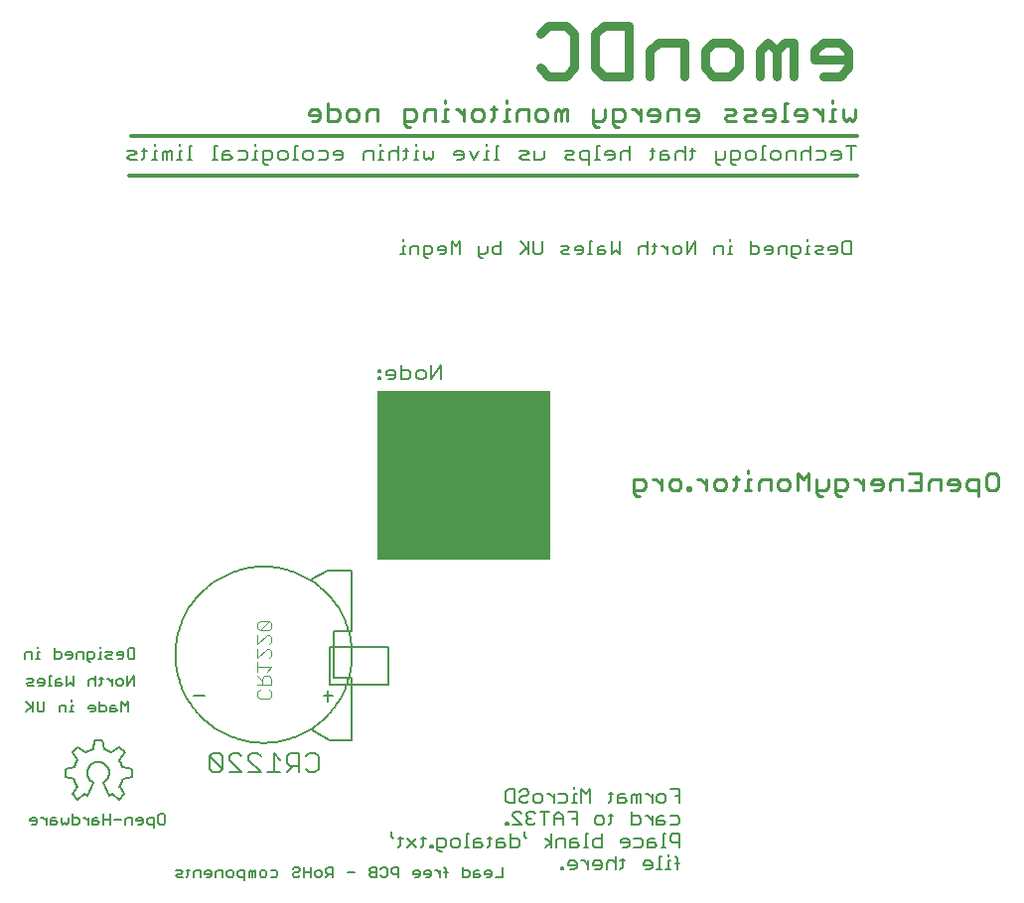
<source format=gbo>
G75*
%MOIN*%
%OFA0B0*%
%FSLAX25Y25*%
%IPPOS*%
%LPD*%
%AMOC8*
5,1,8,0,0,1.08239X$1,22.5*
%
%ADD10C,0.01100*%
%ADD11C,0.00600*%
%ADD12C,0.01200*%
%ADD13C,0.03000*%
%ADD14C,0.00800*%
%ADD15R,0.58000X0.57000*%
%ADD16C,0.00500*%
%ADD17C,0.00400*%
D10*
X0286071Y0190679D02*
X0286071Y0195600D01*
X0289023Y0195600D01*
X0290008Y0194616D01*
X0290008Y0192648D01*
X0289023Y0191663D01*
X0286071Y0191663D01*
X0286071Y0190679D02*
X0287055Y0189695D01*
X0288039Y0189695D01*
X0292426Y0195600D02*
X0293410Y0195600D01*
X0295379Y0193632D01*
X0295379Y0195600D02*
X0295379Y0191663D01*
X0297888Y0192648D02*
X0297888Y0194616D01*
X0298872Y0195600D01*
X0300840Y0195600D01*
X0301824Y0194616D01*
X0301824Y0192648D01*
X0300840Y0191663D01*
X0298872Y0191663D01*
X0297888Y0192648D01*
X0304063Y0192648D02*
X0304063Y0191663D01*
X0305047Y0191663D01*
X0305047Y0192648D01*
X0304063Y0192648D01*
X0307466Y0195600D02*
X0308450Y0195600D01*
X0310418Y0193632D01*
X0310418Y0195600D02*
X0310418Y0191663D01*
X0312927Y0192648D02*
X0312927Y0194616D01*
X0313911Y0195600D01*
X0315880Y0195600D01*
X0316864Y0194616D01*
X0316864Y0192648D01*
X0315880Y0191663D01*
X0313911Y0191663D01*
X0312927Y0192648D01*
X0319192Y0191663D02*
X0320177Y0192648D01*
X0320177Y0196584D01*
X0321161Y0195600D02*
X0319192Y0195600D01*
X0324474Y0195600D02*
X0324474Y0191663D01*
X0325458Y0191663D02*
X0323489Y0191663D01*
X0324474Y0195600D02*
X0325458Y0195600D01*
X0324474Y0197568D02*
X0324474Y0198553D01*
X0327967Y0194616D02*
X0327967Y0191663D01*
X0327967Y0194616D02*
X0328951Y0195600D01*
X0331903Y0195600D01*
X0331903Y0191663D01*
X0334412Y0192648D02*
X0334412Y0194616D01*
X0335396Y0195600D01*
X0337365Y0195600D01*
X0338349Y0194616D01*
X0338349Y0192648D01*
X0337365Y0191663D01*
X0335396Y0191663D01*
X0334412Y0192648D01*
X0340858Y0191663D02*
X0340858Y0197568D01*
X0342826Y0195600D01*
X0344794Y0197568D01*
X0344794Y0191663D01*
X0347303Y0191663D02*
X0350256Y0191663D01*
X0351240Y0192648D01*
X0351240Y0195600D01*
X0353749Y0195600D02*
X0353749Y0190679D01*
X0354733Y0189695D01*
X0355717Y0189695D01*
X0356701Y0191663D02*
X0353749Y0191663D01*
X0356701Y0191663D02*
X0357685Y0192648D01*
X0357685Y0194616D01*
X0356701Y0195600D01*
X0353749Y0195600D01*
X0360104Y0195600D02*
X0361088Y0195600D01*
X0363056Y0193632D01*
X0363056Y0195600D02*
X0363056Y0191663D01*
X0365565Y0193632D02*
X0369502Y0193632D01*
X0369502Y0194616D02*
X0368518Y0195600D01*
X0366549Y0195600D01*
X0365565Y0194616D01*
X0365565Y0193632D01*
X0366549Y0191663D02*
X0368518Y0191663D01*
X0369502Y0192648D01*
X0369502Y0194616D01*
X0372011Y0194616D02*
X0372011Y0191663D01*
X0372011Y0194616D02*
X0372995Y0195600D01*
X0375947Y0195600D01*
X0375947Y0191663D01*
X0378456Y0191663D02*
X0382393Y0191663D01*
X0382393Y0197568D01*
X0378456Y0197568D01*
X0380425Y0194616D02*
X0382393Y0194616D01*
X0384902Y0194616D02*
X0384902Y0191663D01*
X0384902Y0194616D02*
X0385886Y0195600D01*
X0388838Y0195600D01*
X0388838Y0191663D01*
X0391347Y0193632D02*
X0395284Y0193632D01*
X0395284Y0194616D02*
X0394300Y0195600D01*
X0392331Y0195600D01*
X0391347Y0194616D01*
X0391347Y0193632D01*
X0392331Y0191663D02*
X0394300Y0191663D01*
X0395284Y0192648D01*
X0395284Y0194616D01*
X0397793Y0194616D02*
X0397793Y0192648D01*
X0398777Y0191663D01*
X0401729Y0191663D01*
X0401729Y0189695D02*
X0401729Y0195600D01*
X0398777Y0195600D01*
X0397793Y0194616D01*
X0404238Y0196584D02*
X0405222Y0197568D01*
X0407191Y0197568D01*
X0408175Y0196584D01*
X0408175Y0192648D01*
X0407191Y0191663D01*
X0405222Y0191663D01*
X0404238Y0192648D01*
X0404238Y0196584D01*
X0349271Y0189695D02*
X0348287Y0189695D01*
X0347303Y0190679D01*
X0347303Y0195600D01*
X0349441Y0315857D02*
X0349441Y0319794D01*
X0349441Y0317826D02*
X0347472Y0319794D01*
X0346488Y0319794D01*
X0344069Y0318810D02*
X0343085Y0319794D01*
X0341117Y0319794D01*
X0340133Y0318810D01*
X0340133Y0317826D01*
X0344069Y0317826D01*
X0344069Y0318810D02*
X0344069Y0316841D01*
X0343085Y0315857D01*
X0341117Y0315857D01*
X0337624Y0315857D02*
X0335656Y0315857D01*
X0336640Y0315857D02*
X0336640Y0321762D01*
X0337624Y0321762D01*
X0333327Y0318810D02*
X0332343Y0319794D01*
X0330374Y0319794D01*
X0329390Y0318810D01*
X0329390Y0317826D01*
X0333327Y0317826D01*
X0333327Y0318810D02*
X0333327Y0316841D01*
X0332343Y0315857D01*
X0330374Y0315857D01*
X0326881Y0315857D02*
X0323929Y0315857D01*
X0322945Y0316841D01*
X0323929Y0317826D01*
X0325897Y0317826D01*
X0326881Y0318810D01*
X0325897Y0319794D01*
X0322945Y0319794D01*
X0320436Y0318810D02*
X0319452Y0319794D01*
X0316499Y0319794D01*
X0317483Y0317826D02*
X0319452Y0317826D01*
X0320436Y0318810D01*
X0320436Y0315857D02*
X0317483Y0315857D01*
X0316499Y0316841D01*
X0317483Y0317826D01*
X0307545Y0317826D02*
X0303608Y0317826D01*
X0303608Y0318810D01*
X0304592Y0319794D01*
X0306561Y0319794D01*
X0307545Y0318810D01*
X0307545Y0316841D01*
X0306561Y0315857D01*
X0304592Y0315857D01*
X0301099Y0315857D02*
X0301099Y0319794D01*
X0298147Y0319794D01*
X0297163Y0318810D01*
X0297163Y0315857D01*
X0294654Y0316841D02*
X0294654Y0318810D01*
X0293670Y0319794D01*
X0291701Y0319794D01*
X0290717Y0318810D01*
X0290717Y0317826D01*
X0294654Y0317826D01*
X0294654Y0316841D02*
X0293670Y0315857D01*
X0291701Y0315857D01*
X0288208Y0315857D02*
X0288208Y0319794D01*
X0286240Y0319794D02*
X0285256Y0319794D01*
X0286240Y0319794D02*
X0288208Y0317826D01*
X0282837Y0318810D02*
X0282837Y0316841D01*
X0281853Y0315857D01*
X0278900Y0315857D01*
X0278900Y0314873D02*
X0278900Y0319794D01*
X0281853Y0319794D01*
X0282837Y0318810D01*
X0280869Y0313889D02*
X0279885Y0313889D01*
X0278900Y0314873D01*
X0276392Y0316841D02*
X0275407Y0315857D01*
X0272455Y0315857D01*
X0272455Y0314873D02*
X0273439Y0313889D01*
X0274423Y0313889D01*
X0272455Y0314873D02*
X0272455Y0319794D01*
X0276392Y0319794D02*
X0276392Y0316841D01*
X0263501Y0315857D02*
X0263501Y0319794D01*
X0262516Y0319794D01*
X0261532Y0318810D01*
X0260548Y0319794D01*
X0259564Y0318810D01*
X0259564Y0315857D01*
X0261532Y0315857D02*
X0261532Y0318810D01*
X0257055Y0318810D02*
X0257055Y0316841D01*
X0256071Y0315857D01*
X0254103Y0315857D01*
X0253118Y0316841D01*
X0253118Y0318810D01*
X0254103Y0319794D01*
X0256071Y0319794D01*
X0257055Y0318810D01*
X0250610Y0319794D02*
X0250610Y0315857D01*
X0250610Y0319794D02*
X0247657Y0319794D01*
X0246673Y0318810D01*
X0246673Y0315857D01*
X0244164Y0315857D02*
X0242196Y0315857D01*
X0243180Y0315857D02*
X0243180Y0319794D01*
X0244164Y0319794D01*
X0243180Y0321762D02*
X0243180Y0322746D01*
X0239867Y0319794D02*
X0237899Y0319794D01*
X0238883Y0320778D02*
X0238883Y0316841D01*
X0237899Y0315857D01*
X0235570Y0316841D02*
X0234586Y0315857D01*
X0232618Y0315857D01*
X0231633Y0316841D01*
X0231633Y0318810D01*
X0232618Y0319794D01*
X0234586Y0319794D01*
X0235570Y0318810D01*
X0235570Y0316841D01*
X0229125Y0315857D02*
X0229125Y0319794D01*
X0229125Y0317826D02*
X0227156Y0319794D01*
X0226172Y0319794D01*
X0223753Y0319794D02*
X0222769Y0319794D01*
X0222769Y0315857D01*
X0223753Y0315857D02*
X0221785Y0315857D01*
X0219456Y0315857D02*
X0219456Y0319794D01*
X0216504Y0319794D01*
X0215520Y0318810D01*
X0215520Y0315857D01*
X0213011Y0316841D02*
X0212027Y0315857D01*
X0209074Y0315857D01*
X0209074Y0314873D02*
X0209074Y0319794D01*
X0212027Y0319794D01*
X0213011Y0318810D01*
X0213011Y0316841D01*
X0211043Y0313889D02*
X0210058Y0313889D01*
X0209074Y0314873D01*
X0200120Y0315857D02*
X0200120Y0319794D01*
X0197167Y0319794D01*
X0196183Y0318810D01*
X0196183Y0315857D01*
X0193674Y0316841D02*
X0192690Y0315857D01*
X0190722Y0315857D01*
X0189738Y0316841D01*
X0189738Y0318810D01*
X0190722Y0319794D01*
X0192690Y0319794D01*
X0193674Y0318810D01*
X0193674Y0316841D01*
X0187229Y0316841D02*
X0186245Y0315857D01*
X0183292Y0315857D01*
X0183292Y0321762D01*
X0183292Y0319794D02*
X0186245Y0319794D01*
X0187229Y0318810D01*
X0187229Y0316841D01*
X0180783Y0316841D02*
X0179799Y0315857D01*
X0177831Y0315857D01*
X0176847Y0317826D02*
X0180783Y0317826D01*
X0180783Y0318810D02*
X0179799Y0319794D01*
X0177831Y0319794D01*
X0176847Y0318810D01*
X0176847Y0317826D01*
X0180783Y0316841D02*
X0180783Y0318810D01*
X0222769Y0321762D02*
X0222769Y0322746D01*
X0351769Y0315857D02*
X0353738Y0315857D01*
X0352753Y0315857D02*
X0352753Y0319794D01*
X0353738Y0319794D01*
X0352753Y0321762D02*
X0352753Y0322746D01*
X0356246Y0319794D02*
X0356246Y0316841D01*
X0357231Y0315857D01*
X0358215Y0316841D01*
X0359199Y0315857D01*
X0360183Y0316841D01*
X0360183Y0319794D01*
D11*
X0132840Y0062928D02*
X0132273Y0062361D01*
X0132840Y0061794D01*
X0134541Y0061794D01*
X0133974Y0062928D02*
X0134541Y0063496D01*
X0133974Y0064063D01*
X0132273Y0064063D01*
X0132840Y0062928D02*
X0133974Y0062928D01*
X0135863Y0061794D02*
X0136430Y0062361D01*
X0136430Y0064630D01*
X0136997Y0064063D02*
X0135863Y0064063D01*
X0138411Y0063496D02*
X0138979Y0064063D01*
X0140680Y0064063D01*
X0140680Y0061794D01*
X0142095Y0062928D02*
X0144363Y0062928D01*
X0144363Y0062361D02*
X0144363Y0063496D01*
X0143796Y0064063D01*
X0142662Y0064063D01*
X0142095Y0063496D01*
X0142095Y0062928D01*
X0142662Y0061794D02*
X0143796Y0061794D01*
X0144363Y0062361D01*
X0145778Y0061794D02*
X0145778Y0063496D01*
X0146345Y0064063D01*
X0148046Y0064063D01*
X0148046Y0061794D01*
X0149461Y0062361D02*
X0149461Y0063496D01*
X0150028Y0064063D01*
X0151162Y0064063D01*
X0151729Y0063496D01*
X0151729Y0062361D01*
X0151162Y0061794D01*
X0150028Y0061794D01*
X0149461Y0062361D01*
X0153144Y0062361D02*
X0153711Y0061794D01*
X0155413Y0061794D01*
X0155413Y0060660D02*
X0155413Y0064063D01*
X0153711Y0064063D01*
X0153144Y0063496D01*
X0153144Y0062361D01*
X0156827Y0061794D02*
X0156827Y0063496D01*
X0157394Y0064063D01*
X0157961Y0063496D01*
X0157961Y0061794D01*
X0159096Y0061794D02*
X0159096Y0064063D01*
X0158529Y0064063D01*
X0157961Y0063496D01*
X0160510Y0063496D02*
X0161077Y0064063D01*
X0162212Y0064063D01*
X0162779Y0063496D01*
X0162779Y0062361D01*
X0162212Y0061794D01*
X0161077Y0061794D01*
X0160510Y0062361D01*
X0160510Y0063496D01*
X0164193Y0064063D02*
X0165895Y0064063D01*
X0166462Y0063496D01*
X0166462Y0062361D01*
X0165895Y0061794D01*
X0164193Y0061794D01*
X0171560Y0062361D02*
X0172127Y0061794D01*
X0173261Y0061794D01*
X0173828Y0062361D01*
X0173261Y0063496D02*
X0172127Y0063496D01*
X0171560Y0062928D01*
X0171560Y0062361D01*
X0173261Y0063496D02*
X0173828Y0064063D01*
X0173828Y0064630D01*
X0173261Y0065197D01*
X0172127Y0065197D01*
X0171560Y0064630D01*
X0175243Y0065197D02*
X0175243Y0061794D01*
X0175243Y0063496D02*
X0177511Y0063496D01*
X0178926Y0063496D02*
X0179493Y0064063D01*
X0180627Y0064063D01*
X0181195Y0063496D01*
X0181195Y0062361D01*
X0180627Y0061794D01*
X0179493Y0061794D01*
X0178926Y0062361D01*
X0178926Y0063496D01*
X0177511Y0065197D02*
X0177511Y0061794D01*
X0182609Y0061794D02*
X0183743Y0062928D01*
X0183176Y0062928D02*
X0184878Y0062928D01*
X0184878Y0061794D02*
X0184878Y0065197D01*
X0183176Y0065197D01*
X0182609Y0064630D01*
X0182609Y0063496D01*
X0183176Y0062928D01*
X0189975Y0063496D02*
X0192244Y0063496D01*
X0197342Y0064063D02*
X0197909Y0063496D01*
X0199610Y0063496D01*
X0199610Y0065197D02*
X0199610Y0061794D01*
X0197909Y0061794D01*
X0197342Y0062361D01*
X0197342Y0062928D01*
X0197909Y0063496D01*
X0197342Y0064063D02*
X0197342Y0064630D01*
X0197909Y0065197D01*
X0199610Y0065197D01*
X0201025Y0064630D02*
X0201592Y0065197D01*
X0202726Y0065197D01*
X0203293Y0064630D01*
X0203293Y0062361D01*
X0202726Y0061794D01*
X0201592Y0061794D01*
X0201025Y0062361D01*
X0204708Y0063496D02*
X0205275Y0062928D01*
X0206977Y0062928D01*
X0206977Y0061794D02*
X0206977Y0065197D01*
X0205275Y0065197D01*
X0204708Y0064630D01*
X0204708Y0063496D01*
X0212074Y0063496D02*
X0212074Y0062928D01*
X0214343Y0062928D01*
X0214343Y0062361D02*
X0214343Y0063496D01*
X0213776Y0064063D01*
X0212641Y0064063D01*
X0212074Y0063496D01*
X0212641Y0061794D02*
X0213776Y0061794D01*
X0214343Y0062361D01*
X0215757Y0062928D02*
X0218026Y0062928D01*
X0218026Y0062361D02*
X0218026Y0063496D01*
X0217459Y0064063D01*
X0216325Y0064063D01*
X0215757Y0063496D01*
X0215757Y0062928D01*
X0216325Y0061794D02*
X0217459Y0061794D01*
X0218026Y0062361D01*
X0219394Y0064063D02*
X0219961Y0064063D01*
X0221095Y0062928D01*
X0221095Y0061794D02*
X0221095Y0064063D01*
X0222416Y0063496D02*
X0223551Y0063496D01*
X0222984Y0064630D02*
X0222984Y0061794D01*
X0222984Y0064630D02*
X0222416Y0065197D01*
X0228648Y0065197D02*
X0228648Y0061794D01*
X0230350Y0061794D01*
X0230917Y0062361D01*
X0230917Y0063496D01*
X0230350Y0064063D01*
X0228648Y0064063D01*
X0232332Y0063496D02*
X0232899Y0064063D01*
X0234033Y0064063D01*
X0234033Y0062928D02*
X0232332Y0062928D01*
X0232332Y0063496D02*
X0232332Y0061794D01*
X0234033Y0061794D01*
X0234600Y0062361D01*
X0234033Y0062928D01*
X0236015Y0062928D02*
X0238283Y0062928D01*
X0238283Y0062361D02*
X0238283Y0063496D01*
X0237716Y0064063D01*
X0236582Y0064063D01*
X0236015Y0063496D01*
X0236015Y0062928D01*
X0236582Y0061794D02*
X0237716Y0061794D01*
X0238283Y0062361D01*
X0239698Y0061794D02*
X0241966Y0061794D01*
X0241966Y0065197D01*
X0180212Y0098071D02*
X0180212Y0102341D01*
X0179144Y0103409D01*
X0177009Y0103409D01*
X0175941Y0102341D01*
X0173766Y0103409D02*
X0170563Y0103409D01*
X0169496Y0102341D01*
X0169496Y0100206D01*
X0170563Y0099138D01*
X0173766Y0099138D01*
X0173766Y0097003D02*
X0173766Y0103409D01*
X0171631Y0099138D02*
X0169496Y0097003D01*
X0167321Y0097003D02*
X0163050Y0097003D01*
X0165185Y0097003D02*
X0165185Y0103409D01*
X0167321Y0101273D01*
X0160875Y0102341D02*
X0159808Y0103409D01*
X0157672Y0103409D01*
X0156605Y0102341D01*
X0156605Y0101273D01*
X0160875Y0097003D01*
X0156605Y0097003D01*
X0154430Y0097003D02*
X0150159Y0101273D01*
X0150159Y0102341D01*
X0151227Y0103409D01*
X0153362Y0103409D01*
X0154430Y0102341D01*
X0154430Y0097003D02*
X0150159Y0097003D01*
X0147984Y0098071D02*
X0143714Y0102341D01*
X0143714Y0098071D01*
X0144781Y0097003D01*
X0146917Y0097003D01*
X0147984Y0098071D01*
X0147984Y0102341D01*
X0146917Y0103409D01*
X0144781Y0103409D01*
X0143714Y0102341D01*
X0117496Y0098050D02*
X0117496Y0095450D01*
X0114496Y0094950D01*
X0113496Y0092250D02*
X0115096Y0089850D01*
X0113296Y0087950D01*
X0110896Y0089650D01*
X0109896Y0089050D01*
X0107896Y0093550D01*
X0104696Y0093550D02*
X0102796Y0089050D01*
X0101796Y0089650D01*
X0099396Y0087950D01*
X0097496Y0089850D01*
X0099196Y0092250D01*
X0098196Y0094950D02*
X0095196Y0095450D01*
X0095196Y0098050D01*
X0098196Y0098650D01*
X0099296Y0101150D02*
X0097496Y0103750D01*
X0099396Y0105550D01*
X0101996Y0103750D01*
X0104496Y0104750D02*
X0104996Y0107950D01*
X0107696Y0107950D01*
X0108196Y0104750D01*
X0110696Y0103750D02*
X0113296Y0105550D01*
X0115196Y0103750D01*
X0113396Y0101150D01*
X0114496Y0098650D02*
X0117496Y0098050D01*
X0110662Y0103787D02*
X0110490Y0103887D01*
X0110315Y0103984D01*
X0110139Y0104076D01*
X0109960Y0104164D01*
X0109779Y0104248D01*
X0109596Y0104327D01*
X0109412Y0104402D01*
X0109225Y0104473D01*
X0109037Y0104539D01*
X0108848Y0104600D01*
X0108657Y0104657D01*
X0108464Y0104710D01*
X0108271Y0104757D01*
X0107896Y0093650D02*
X0108003Y0093705D01*
X0108109Y0093762D01*
X0108212Y0093824D01*
X0108314Y0093888D01*
X0108413Y0093956D01*
X0108510Y0094027D01*
X0108605Y0094101D01*
X0108697Y0094178D01*
X0108787Y0094259D01*
X0108874Y0094342D01*
X0108958Y0094428D01*
X0109039Y0094516D01*
X0109117Y0094608D01*
X0109193Y0094702D01*
X0109265Y0094798D01*
X0109334Y0094896D01*
X0109400Y0094997D01*
X0109462Y0095100D01*
X0109521Y0095205D01*
X0109577Y0095311D01*
X0109629Y0095420D01*
X0109677Y0095530D01*
X0109722Y0095642D01*
X0109763Y0095755D01*
X0109800Y0095869D01*
X0109834Y0095985D01*
X0109863Y0096101D01*
X0109889Y0096219D01*
X0109911Y0096337D01*
X0109930Y0096456D01*
X0109944Y0096575D01*
X0109954Y0096695D01*
X0109961Y0096815D01*
X0109963Y0096936D01*
X0109961Y0097056D01*
X0109956Y0097176D01*
X0109947Y0097296D01*
X0109933Y0097416D01*
X0109916Y0097535D01*
X0109895Y0097653D01*
X0109870Y0097771D01*
X0109841Y0097888D01*
X0109808Y0098003D01*
X0109772Y0098118D01*
X0109732Y0098231D01*
X0109688Y0098343D01*
X0109640Y0098454D01*
X0109589Y0098563D01*
X0109535Y0098670D01*
X0109476Y0098775D01*
X0109415Y0098879D01*
X0109350Y0098980D01*
X0109282Y0099079D01*
X0109210Y0099176D01*
X0109136Y0099270D01*
X0109058Y0099362D01*
X0108978Y0099451D01*
X0108894Y0099538D01*
X0108808Y0099622D01*
X0108719Y0099703D01*
X0108627Y0099781D01*
X0108533Y0099856D01*
X0108437Y0099927D01*
X0108338Y0099996D01*
X0108237Y0100061D01*
X0108134Y0100123D01*
X0108029Y0100182D01*
X0107922Y0100237D01*
X0107813Y0100289D01*
X0107703Y0100336D01*
X0107591Y0100381D01*
X0107478Y0100421D01*
X0107363Y0100458D01*
X0107247Y0100491D01*
X0107131Y0100521D01*
X0107013Y0100546D01*
X0106895Y0100568D01*
X0106776Y0100585D01*
X0106656Y0100599D01*
X0106536Y0100609D01*
X0106416Y0100615D01*
X0106296Y0100617D01*
X0106176Y0100615D01*
X0106056Y0100609D01*
X0105936Y0100599D01*
X0105816Y0100585D01*
X0105697Y0100568D01*
X0105579Y0100546D01*
X0105461Y0100521D01*
X0105345Y0100491D01*
X0105229Y0100458D01*
X0105114Y0100421D01*
X0105001Y0100381D01*
X0104889Y0100336D01*
X0104779Y0100289D01*
X0104670Y0100237D01*
X0104563Y0100182D01*
X0104458Y0100123D01*
X0104355Y0100061D01*
X0104254Y0099996D01*
X0104155Y0099927D01*
X0104059Y0099856D01*
X0103965Y0099781D01*
X0103873Y0099703D01*
X0103784Y0099622D01*
X0103698Y0099538D01*
X0103614Y0099451D01*
X0103534Y0099362D01*
X0103456Y0099270D01*
X0103382Y0099176D01*
X0103310Y0099079D01*
X0103242Y0098980D01*
X0103177Y0098879D01*
X0103116Y0098775D01*
X0103057Y0098670D01*
X0103003Y0098563D01*
X0102952Y0098454D01*
X0102904Y0098343D01*
X0102860Y0098231D01*
X0102820Y0098118D01*
X0102784Y0098003D01*
X0102751Y0097888D01*
X0102722Y0097771D01*
X0102697Y0097653D01*
X0102676Y0097535D01*
X0102659Y0097416D01*
X0102645Y0097296D01*
X0102636Y0097176D01*
X0102631Y0097056D01*
X0102629Y0096936D01*
X0102631Y0096815D01*
X0102638Y0096695D01*
X0102648Y0096575D01*
X0102662Y0096456D01*
X0102681Y0096337D01*
X0102703Y0096219D01*
X0102729Y0096101D01*
X0102758Y0095985D01*
X0102792Y0095869D01*
X0102829Y0095755D01*
X0102870Y0095642D01*
X0102915Y0095530D01*
X0102963Y0095420D01*
X0103015Y0095311D01*
X0103071Y0095205D01*
X0103130Y0095100D01*
X0103192Y0094997D01*
X0103258Y0094896D01*
X0103327Y0094798D01*
X0103399Y0094702D01*
X0103475Y0094608D01*
X0103553Y0094516D01*
X0103634Y0094428D01*
X0103718Y0094342D01*
X0103805Y0094259D01*
X0103895Y0094178D01*
X0103987Y0094101D01*
X0104082Y0094027D01*
X0104179Y0093956D01*
X0104278Y0093888D01*
X0104380Y0093824D01*
X0104483Y0093762D01*
X0104589Y0093705D01*
X0104696Y0093650D01*
X0099196Y0092245D02*
X0099100Y0092411D01*
X0099007Y0092578D01*
X0098919Y0092748D01*
X0098835Y0092920D01*
X0098755Y0093093D01*
X0098679Y0093269D01*
X0098607Y0093446D01*
X0098540Y0093625D01*
X0098476Y0093806D01*
X0098417Y0093988D01*
X0098363Y0094171D01*
X0098312Y0094356D01*
X0098266Y0094541D01*
X0098225Y0094728D01*
X0098188Y0094916D01*
X0098207Y0098651D02*
X0098257Y0098839D01*
X0098312Y0099026D01*
X0098371Y0099212D01*
X0098435Y0099396D01*
X0098503Y0099579D01*
X0098576Y0099760D01*
X0098653Y0099939D01*
X0098734Y0100116D01*
X0098820Y0100292D01*
X0098909Y0100465D01*
X0099003Y0100636D01*
X0099101Y0100804D01*
X0099203Y0100971D01*
X0099308Y0101134D01*
X0101959Y0103767D02*
X0102124Y0103865D01*
X0102292Y0103959D01*
X0102462Y0104049D01*
X0102634Y0104136D01*
X0102807Y0104218D01*
X0102983Y0104297D01*
X0103160Y0104371D01*
X0103339Y0104441D01*
X0103520Y0104507D01*
X0103702Y0104569D01*
X0103885Y0104627D01*
X0104070Y0104681D01*
X0104256Y0104730D01*
X0104443Y0104775D01*
X0113388Y0101097D02*
X0113488Y0100935D01*
X0113585Y0100770D01*
X0113678Y0100603D01*
X0113766Y0100434D01*
X0113851Y0100264D01*
X0113932Y0100091D01*
X0114009Y0099916D01*
X0114082Y0099740D01*
X0114151Y0099562D01*
X0114216Y0099382D01*
X0114277Y0099202D01*
X0114333Y0099019D01*
X0114386Y0098836D01*
X0114434Y0098651D01*
X0114490Y0094935D02*
X0114447Y0094735D01*
X0114400Y0094537D01*
X0114348Y0094340D01*
X0114290Y0094144D01*
X0114229Y0093949D01*
X0114162Y0093756D01*
X0114091Y0093565D01*
X0114015Y0093375D01*
X0113934Y0093188D01*
X0113849Y0093002D01*
X0113759Y0092819D01*
X0113665Y0092638D01*
X0113566Y0092459D01*
X0113463Y0092283D01*
X0110311Y0082978D02*
X0110311Y0079575D01*
X0110311Y0081277D02*
X0108042Y0081277D01*
X0108042Y0082978D02*
X0108042Y0079575D01*
X0106628Y0080143D02*
X0106061Y0079575D01*
X0104359Y0079575D01*
X0104359Y0081277D01*
X0104926Y0081844D01*
X0106061Y0081844D01*
X0106061Y0080710D02*
X0104359Y0080710D01*
X0102945Y0080710D02*
X0101810Y0081844D01*
X0101243Y0081844D01*
X0099875Y0081277D02*
X0099308Y0081844D01*
X0097607Y0081844D01*
X0097607Y0082978D02*
X0097607Y0079575D01*
X0099308Y0079575D01*
X0099875Y0080143D01*
X0099875Y0081277D01*
X0102945Y0081844D02*
X0102945Y0079575D01*
X0106061Y0080710D02*
X0106628Y0080143D01*
X0111726Y0081277D02*
X0113994Y0081277D01*
X0115409Y0081277D02*
X0115409Y0079575D01*
X0115409Y0081277D02*
X0115976Y0081844D01*
X0117677Y0081844D01*
X0117677Y0079575D01*
X0119092Y0080710D02*
X0121360Y0080710D01*
X0121360Y0081277D02*
X0120793Y0081844D01*
X0119659Y0081844D01*
X0119092Y0081277D01*
X0119092Y0080710D01*
X0119659Y0079575D02*
X0120793Y0079575D01*
X0121360Y0080143D01*
X0121360Y0081277D01*
X0122775Y0081277D02*
X0122775Y0080143D01*
X0123342Y0079575D01*
X0125044Y0079575D01*
X0125044Y0078441D02*
X0125044Y0081844D01*
X0123342Y0081844D01*
X0122775Y0081277D01*
X0126458Y0082411D02*
X0127025Y0082978D01*
X0128160Y0082978D01*
X0128727Y0082411D01*
X0128727Y0080143D01*
X0128160Y0079575D01*
X0127025Y0079575D01*
X0126458Y0080143D01*
X0126458Y0082411D01*
X0096192Y0081844D02*
X0096192Y0080143D01*
X0095625Y0079575D01*
X0095058Y0080143D01*
X0094491Y0079575D01*
X0093924Y0080143D01*
X0093924Y0081844D01*
X0091942Y0081844D02*
X0090808Y0081844D01*
X0090241Y0081277D01*
X0090241Y0079575D01*
X0091942Y0079575D01*
X0092509Y0080143D01*
X0091942Y0080710D01*
X0090241Y0080710D01*
X0088826Y0080710D02*
X0087692Y0081844D01*
X0087125Y0081844D01*
X0085757Y0081277D02*
X0085190Y0081844D01*
X0084055Y0081844D01*
X0083488Y0081277D01*
X0083488Y0080710D01*
X0085757Y0080710D01*
X0085757Y0080143D02*
X0085757Y0081277D01*
X0085757Y0080143D02*
X0085190Y0079575D01*
X0084055Y0079575D01*
X0088826Y0079575D02*
X0088826Y0081844D01*
X0138411Y0063496D02*
X0138411Y0061794D01*
X0175941Y0098071D02*
X0177009Y0097003D01*
X0179144Y0097003D01*
X0180212Y0098071D01*
X0116344Y0117348D02*
X0116344Y0120750D01*
X0115209Y0119616D01*
X0114075Y0120750D01*
X0114075Y0117348D01*
X0112661Y0117915D02*
X0112093Y0118482D01*
X0110392Y0118482D01*
X0110392Y0119049D02*
X0110392Y0117348D01*
X0112093Y0117348D01*
X0112661Y0117915D01*
X0112093Y0119616D02*
X0110959Y0119616D01*
X0110392Y0119049D01*
X0108977Y0119049D02*
X0108410Y0119616D01*
X0106709Y0119616D01*
X0106709Y0120750D02*
X0106709Y0117348D01*
X0108410Y0117348D01*
X0108977Y0117915D01*
X0108977Y0119049D01*
X0105294Y0119049D02*
X0104727Y0119616D01*
X0103593Y0119616D01*
X0103026Y0119049D01*
X0103026Y0118482D01*
X0105294Y0118482D01*
X0105294Y0117915D02*
X0105294Y0119049D01*
X0105294Y0117915D02*
X0104727Y0117348D01*
X0103593Y0117348D01*
X0097928Y0117348D02*
X0096794Y0117348D01*
X0097361Y0117348D02*
X0097361Y0119616D01*
X0097928Y0119616D01*
X0097361Y0120750D02*
X0097361Y0121318D01*
X0095473Y0119616D02*
X0093771Y0119616D01*
X0093204Y0119049D01*
X0093204Y0117348D01*
X0095473Y0117348D02*
X0095473Y0119616D01*
X0088106Y0120750D02*
X0088106Y0117915D01*
X0087539Y0117348D01*
X0086405Y0117348D01*
X0085838Y0117915D01*
X0085838Y0120750D01*
X0084423Y0120750D02*
X0084423Y0117348D01*
X0084423Y0118482D02*
X0082155Y0120750D01*
X0083856Y0119049D02*
X0082155Y0117348D01*
X0082804Y0126159D02*
X0082237Y0126726D01*
X0082804Y0127293D01*
X0083938Y0127293D01*
X0084505Y0127860D01*
X0083938Y0128428D01*
X0082237Y0128428D01*
X0082804Y0126159D02*
X0084505Y0126159D01*
X0085920Y0127293D02*
X0088188Y0127293D01*
X0088188Y0126726D02*
X0088188Y0127860D01*
X0087621Y0128428D01*
X0086487Y0128428D01*
X0085920Y0127860D01*
X0085920Y0127293D01*
X0086487Y0126159D02*
X0087621Y0126159D01*
X0088188Y0126726D01*
X0089509Y0126159D02*
X0090644Y0126159D01*
X0090077Y0126159D02*
X0090077Y0129562D01*
X0090644Y0129562D01*
X0092058Y0127860D02*
X0092058Y0126159D01*
X0093760Y0126159D01*
X0094327Y0126726D01*
X0093760Y0127293D01*
X0092058Y0127293D01*
X0092058Y0127860D02*
X0092625Y0128428D01*
X0093760Y0128428D01*
X0095741Y0129562D02*
X0095741Y0126159D01*
X0096876Y0127293D01*
X0098010Y0126159D01*
X0098010Y0129562D01*
X0103108Y0127860D02*
X0103108Y0126159D01*
X0103108Y0127860D02*
X0103675Y0128428D01*
X0104809Y0128428D01*
X0105376Y0127860D01*
X0106697Y0128428D02*
X0107832Y0128428D01*
X0107265Y0128995D02*
X0107265Y0126726D01*
X0106697Y0126159D01*
X0105376Y0126159D02*
X0105376Y0129562D01*
X0109200Y0128428D02*
X0109767Y0128428D01*
X0110901Y0127293D01*
X0110901Y0126159D02*
X0110901Y0128428D01*
X0112316Y0127860D02*
X0112883Y0128428D01*
X0114017Y0128428D01*
X0114584Y0127860D01*
X0114584Y0126726D01*
X0114017Y0126159D01*
X0112883Y0126159D01*
X0112316Y0126726D01*
X0112316Y0127860D01*
X0115999Y0126159D02*
X0115999Y0129562D01*
X0118267Y0129562D02*
X0115999Y0126159D01*
X0118267Y0126159D02*
X0118267Y0129562D01*
X0118452Y0135271D02*
X0116751Y0135271D01*
X0116184Y0135838D01*
X0116184Y0138107D01*
X0116751Y0138674D01*
X0118452Y0138674D01*
X0118452Y0135271D01*
X0114769Y0135838D02*
X0114769Y0136973D01*
X0114202Y0137540D01*
X0113068Y0137540D01*
X0112500Y0136973D01*
X0112500Y0136405D01*
X0114769Y0136405D01*
X0114769Y0135838D02*
X0114202Y0135271D01*
X0113068Y0135271D01*
X0111086Y0135271D02*
X0109384Y0135271D01*
X0108817Y0135838D01*
X0109384Y0136405D01*
X0110519Y0136405D01*
X0111086Y0136973D01*
X0110519Y0137540D01*
X0108817Y0137540D01*
X0107403Y0137540D02*
X0106836Y0137540D01*
X0106836Y0135271D01*
X0107403Y0135271D02*
X0106268Y0135271D01*
X0104947Y0135838D02*
X0104947Y0136973D01*
X0104380Y0137540D01*
X0102679Y0137540D01*
X0102679Y0134704D01*
X0103246Y0134137D01*
X0103813Y0134137D01*
X0104380Y0135271D02*
X0102679Y0135271D01*
X0101264Y0135271D02*
X0101264Y0137540D01*
X0099563Y0137540D01*
X0098996Y0136973D01*
X0098996Y0135271D01*
X0097581Y0135838D02*
X0097581Y0136973D01*
X0097014Y0137540D01*
X0095880Y0137540D01*
X0095312Y0136973D01*
X0095312Y0136405D01*
X0097581Y0136405D01*
X0097581Y0135838D02*
X0097014Y0135271D01*
X0095880Y0135271D01*
X0093898Y0135838D02*
X0093898Y0136973D01*
X0093331Y0137540D01*
X0091629Y0137540D01*
X0091629Y0138674D02*
X0091629Y0135271D01*
X0093331Y0135271D01*
X0093898Y0135838D01*
X0086532Y0135271D02*
X0085397Y0135271D01*
X0085964Y0135271D02*
X0085964Y0137540D01*
X0086532Y0137540D01*
X0085964Y0138674D02*
X0085964Y0139241D01*
X0084076Y0137540D02*
X0084076Y0135271D01*
X0081808Y0135271D02*
X0081808Y0136973D01*
X0082375Y0137540D01*
X0084076Y0137540D01*
X0104380Y0135271D02*
X0104947Y0135838D01*
X0106836Y0138674D02*
X0106836Y0139241D01*
D12*
X0116679Y0297593D02*
X0361090Y0297593D01*
X0360892Y0310908D02*
X0117481Y0310908D01*
D13*
X0254652Y0333730D02*
X0257487Y0330895D01*
X0263159Y0330895D01*
X0265995Y0333730D01*
X0265995Y0345073D01*
X0263159Y0347909D01*
X0257487Y0347909D01*
X0254652Y0345073D01*
X0273067Y0345073D02*
X0275903Y0347909D01*
X0284410Y0347909D01*
X0284410Y0330895D01*
X0275903Y0330895D01*
X0273067Y0333730D01*
X0273067Y0345073D01*
X0291483Y0339402D02*
X0291483Y0330895D01*
X0302826Y0330895D02*
X0302826Y0342238D01*
X0294319Y0342238D01*
X0291483Y0339402D01*
X0309899Y0339402D02*
X0309899Y0333730D01*
X0312734Y0330895D01*
X0318406Y0330895D01*
X0321242Y0333730D01*
X0321242Y0339402D01*
X0318406Y0342238D01*
X0312734Y0342238D01*
X0309899Y0339402D01*
X0328314Y0339402D02*
X0328314Y0330895D01*
X0333986Y0330895D02*
X0333986Y0339402D01*
X0331150Y0342238D01*
X0328314Y0339402D01*
X0333986Y0339402D02*
X0336822Y0342238D01*
X0339657Y0342238D01*
X0339657Y0330895D01*
X0349566Y0330895D02*
X0355237Y0330895D01*
X0358073Y0333730D01*
X0358073Y0339402D01*
X0355237Y0342238D01*
X0349566Y0342238D01*
X0346730Y0339402D01*
X0346730Y0336566D01*
X0358073Y0336566D01*
D14*
X0357459Y0307444D02*
X0360595Y0307444D01*
X0359027Y0307444D02*
X0359027Y0302740D01*
X0355530Y0303524D02*
X0355530Y0305092D01*
X0354746Y0305876D01*
X0353178Y0305876D01*
X0352394Y0305092D01*
X0352394Y0304308D01*
X0355530Y0304308D01*
X0355530Y0303524D02*
X0354746Y0302740D01*
X0353178Y0302740D01*
X0350466Y0303524D02*
X0349682Y0302740D01*
X0347330Y0302740D01*
X0345402Y0302740D02*
X0345402Y0307444D01*
X0344618Y0305876D02*
X0343050Y0305876D01*
X0342266Y0305092D01*
X0342266Y0302740D01*
X0340338Y0302740D02*
X0340338Y0305876D01*
X0337986Y0305876D01*
X0337202Y0305092D01*
X0337202Y0302740D01*
X0335273Y0303524D02*
X0334489Y0302740D01*
X0332921Y0302740D01*
X0332137Y0303524D01*
X0332137Y0305092D01*
X0332921Y0305876D01*
X0334489Y0305876D01*
X0335273Y0305092D01*
X0335273Y0303524D01*
X0330209Y0302740D02*
X0328641Y0302740D01*
X0329425Y0302740D02*
X0329425Y0307444D01*
X0330209Y0307444D01*
X0326833Y0305092D02*
X0326833Y0303524D01*
X0326049Y0302740D01*
X0324481Y0302740D01*
X0323697Y0303524D01*
X0323697Y0305092D01*
X0324481Y0305876D01*
X0326049Y0305876D01*
X0326833Y0305092D01*
X0321768Y0305092D02*
X0321768Y0303524D01*
X0320984Y0302740D01*
X0318632Y0302740D01*
X0318632Y0301956D02*
X0318632Y0305876D01*
X0320984Y0305876D01*
X0321768Y0305092D01*
X0320200Y0301172D02*
X0319416Y0301172D01*
X0318632Y0301956D01*
X0316704Y0303524D02*
X0316704Y0305876D01*
X0316704Y0303524D02*
X0315920Y0302740D01*
X0313568Y0302740D01*
X0313568Y0301956D02*
X0314352Y0301172D01*
X0315136Y0301172D01*
X0313568Y0301956D02*
X0313568Y0305876D01*
X0306575Y0305876D02*
X0305007Y0305876D01*
X0305791Y0306660D02*
X0305791Y0303524D01*
X0305007Y0302740D01*
X0303199Y0302740D02*
X0303199Y0307444D01*
X0302415Y0305876D02*
X0300847Y0305876D01*
X0300063Y0305092D01*
X0300063Y0302740D01*
X0298135Y0303524D02*
X0297351Y0304308D01*
X0294999Y0304308D01*
X0294999Y0305092D02*
X0294999Y0302740D01*
X0297351Y0302740D01*
X0298135Y0303524D01*
X0297351Y0305876D02*
X0295783Y0305876D01*
X0294999Y0305092D01*
X0293071Y0305876D02*
X0291503Y0305876D01*
X0292287Y0306660D02*
X0292287Y0303524D01*
X0291503Y0302740D01*
X0284630Y0302740D02*
X0284630Y0307444D01*
X0283846Y0305876D02*
X0282278Y0305876D01*
X0281494Y0305092D01*
X0281494Y0302740D01*
X0279566Y0303524D02*
X0279566Y0305092D01*
X0278782Y0305876D01*
X0277214Y0305876D01*
X0276430Y0305092D01*
X0276430Y0304308D01*
X0279566Y0304308D01*
X0279566Y0303524D02*
X0278782Y0302740D01*
X0277214Y0302740D01*
X0274501Y0302740D02*
X0272933Y0302740D01*
X0273717Y0302740D02*
X0273717Y0307444D01*
X0274501Y0307444D01*
X0271125Y0305876D02*
X0268773Y0305876D01*
X0267989Y0305092D01*
X0267989Y0303524D01*
X0268773Y0302740D01*
X0271125Y0302740D01*
X0271125Y0301172D02*
X0271125Y0305876D01*
X0266061Y0305092D02*
X0265277Y0305876D01*
X0262925Y0305876D01*
X0263709Y0304308D02*
X0265277Y0304308D01*
X0266061Y0305092D01*
X0266061Y0302740D02*
X0263709Y0302740D01*
X0262925Y0303524D01*
X0263709Y0304308D01*
X0255932Y0303524D02*
X0255148Y0302740D01*
X0252796Y0302740D01*
X0252796Y0305876D01*
X0250868Y0305092D02*
X0250084Y0305876D01*
X0247732Y0305876D01*
X0248516Y0304308D02*
X0250084Y0304308D01*
X0250868Y0305092D01*
X0250868Y0302740D02*
X0248516Y0302740D01*
X0247732Y0303524D01*
X0248516Y0304308D01*
X0255932Y0303524D02*
X0255932Y0305876D01*
X0240739Y0307444D02*
X0239955Y0307444D01*
X0239955Y0302740D01*
X0240739Y0302740D02*
X0239171Y0302740D01*
X0237363Y0302740D02*
X0235795Y0302740D01*
X0236579Y0302740D02*
X0236579Y0305876D01*
X0237363Y0305876D01*
X0236579Y0307444D02*
X0236579Y0308228D01*
X0233987Y0305876D02*
X0232419Y0302740D01*
X0230851Y0305876D01*
X0228922Y0305092D02*
X0228138Y0305876D01*
X0226570Y0305876D01*
X0225786Y0305092D01*
X0225786Y0304308D01*
X0228922Y0304308D01*
X0228922Y0303524D02*
X0228922Y0305092D01*
X0228922Y0303524D02*
X0228138Y0302740D01*
X0226570Y0302740D01*
X0218794Y0303524D02*
X0218010Y0302740D01*
X0217226Y0303524D01*
X0216442Y0302740D01*
X0215658Y0303524D01*
X0215658Y0305876D01*
X0213729Y0305876D02*
X0212945Y0305876D01*
X0212945Y0302740D01*
X0213729Y0302740D02*
X0212161Y0302740D01*
X0209569Y0303524D02*
X0209569Y0306660D01*
X0210353Y0305876D02*
X0208785Y0305876D01*
X0206977Y0305092D02*
X0206193Y0305876D01*
X0204625Y0305876D01*
X0203841Y0305092D01*
X0203841Y0302740D01*
X0201913Y0302740D02*
X0200345Y0302740D01*
X0201129Y0302740D02*
X0201129Y0305876D01*
X0201913Y0305876D01*
X0201129Y0307444D02*
X0201129Y0308228D01*
X0198536Y0305876D02*
X0196184Y0305876D01*
X0195400Y0305092D01*
X0195400Y0302740D01*
X0198536Y0302740D02*
X0198536Y0305876D01*
X0206977Y0307444D02*
X0206977Y0302740D01*
X0208785Y0302740D02*
X0209569Y0303524D01*
X0212945Y0307444D02*
X0212945Y0308228D01*
X0218794Y0305876D02*
X0218794Y0303524D01*
X0188408Y0303524D02*
X0188408Y0305092D01*
X0187624Y0305876D01*
X0186056Y0305876D01*
X0185272Y0305092D01*
X0185272Y0304308D01*
X0188408Y0304308D01*
X0188408Y0303524D02*
X0187624Y0302740D01*
X0186056Y0302740D01*
X0183344Y0303524D02*
X0183344Y0305092D01*
X0182560Y0305876D01*
X0180208Y0305876D01*
X0178279Y0305092D02*
X0178279Y0303524D01*
X0177495Y0302740D01*
X0175927Y0302740D01*
X0175143Y0303524D01*
X0175143Y0305092D01*
X0175927Y0305876D01*
X0177495Y0305876D01*
X0178279Y0305092D01*
X0180208Y0302740D02*
X0182560Y0302740D01*
X0183344Y0303524D01*
X0173215Y0302740D02*
X0171647Y0302740D01*
X0172431Y0302740D02*
X0172431Y0307444D01*
X0173215Y0307444D01*
X0169839Y0305092D02*
X0169839Y0303524D01*
X0169055Y0302740D01*
X0167487Y0302740D01*
X0166703Y0303524D01*
X0166703Y0305092D01*
X0167487Y0305876D01*
X0169055Y0305876D01*
X0169839Y0305092D01*
X0164774Y0305092D02*
X0164774Y0303524D01*
X0163990Y0302740D01*
X0161638Y0302740D01*
X0161638Y0301956D02*
X0161638Y0305876D01*
X0163990Y0305876D01*
X0164774Y0305092D01*
X0163206Y0301172D02*
X0162422Y0301172D01*
X0161638Y0301956D01*
X0159710Y0302740D02*
X0158142Y0302740D01*
X0158926Y0302740D02*
X0158926Y0305876D01*
X0159710Y0305876D01*
X0158926Y0307444D02*
X0158926Y0308228D01*
X0156334Y0305092D02*
X0156334Y0303524D01*
X0155550Y0302740D01*
X0153198Y0302740D01*
X0151269Y0303524D02*
X0150485Y0304308D01*
X0148133Y0304308D01*
X0148133Y0305092D02*
X0148133Y0302740D01*
X0150485Y0302740D01*
X0151269Y0303524D01*
X0150485Y0305876D02*
X0148917Y0305876D01*
X0148133Y0305092D01*
X0146205Y0302740D02*
X0144637Y0302740D01*
X0145421Y0302740D02*
X0145421Y0307444D01*
X0146205Y0307444D01*
X0153198Y0305876D02*
X0155550Y0305876D01*
X0156334Y0305092D01*
X0137765Y0302740D02*
X0136197Y0302740D01*
X0136981Y0302740D02*
X0136981Y0307444D01*
X0137765Y0307444D01*
X0134388Y0305876D02*
X0133604Y0305876D01*
X0133604Y0302740D01*
X0134388Y0302740D02*
X0132820Y0302740D01*
X0131012Y0302740D02*
X0131012Y0305876D01*
X0130228Y0305876D01*
X0129444Y0305092D01*
X0128660Y0305876D01*
X0127876Y0305092D01*
X0127876Y0302740D01*
X0129444Y0302740D02*
X0129444Y0305092D01*
X0125948Y0305876D02*
X0125164Y0305876D01*
X0125164Y0302740D01*
X0125948Y0302740D02*
X0124380Y0302740D01*
X0121788Y0303524D02*
X0121004Y0302740D01*
X0121788Y0303524D02*
X0121788Y0306660D01*
X0122572Y0305876D02*
X0121004Y0305876D01*
X0119195Y0305092D02*
X0118411Y0305876D01*
X0116059Y0305876D01*
X0116843Y0304308D02*
X0118411Y0304308D01*
X0119195Y0305092D01*
X0119195Y0302740D02*
X0116843Y0302740D01*
X0116059Y0303524D01*
X0116843Y0304308D01*
X0125164Y0307444D02*
X0125164Y0308228D01*
X0133604Y0308228D02*
X0133604Y0307444D01*
X0208513Y0276054D02*
X0208513Y0275354D01*
X0208513Y0273953D02*
X0208513Y0271150D01*
X0209214Y0271150D02*
X0207812Y0271150D01*
X0208513Y0273953D02*
X0209214Y0273953D01*
X0211015Y0273252D02*
X0211015Y0271150D01*
X0211015Y0273252D02*
X0211716Y0273953D01*
X0213818Y0273953D01*
X0213818Y0271150D01*
X0215619Y0271150D02*
X0217721Y0271150D01*
X0218422Y0271851D01*
X0218422Y0273252D01*
X0217721Y0273953D01*
X0215619Y0273953D01*
X0215619Y0270450D01*
X0216320Y0269749D01*
X0217020Y0269749D01*
X0220924Y0271150D02*
X0222325Y0271150D01*
X0223025Y0271851D01*
X0223025Y0273252D01*
X0222325Y0273953D01*
X0220924Y0273953D01*
X0220223Y0273252D01*
X0220223Y0272551D01*
X0223025Y0272551D01*
X0224827Y0271150D02*
X0224827Y0275354D01*
X0226228Y0273953D01*
X0227629Y0275354D01*
X0227629Y0271150D01*
X0234035Y0271150D02*
X0236137Y0271150D01*
X0236837Y0271851D01*
X0236837Y0273953D01*
X0238639Y0273252D02*
X0239339Y0273953D01*
X0241441Y0273953D01*
X0241441Y0275354D02*
X0241441Y0271150D01*
X0239339Y0271150D01*
X0238639Y0271851D01*
X0238639Y0273252D01*
X0234035Y0273953D02*
X0234035Y0270450D01*
X0234735Y0269749D01*
X0235436Y0269749D01*
X0247847Y0271150D02*
X0249948Y0273252D01*
X0250649Y0272551D02*
X0247847Y0275354D01*
X0250649Y0275354D02*
X0250649Y0271150D01*
X0252451Y0271851D02*
X0252451Y0275354D01*
X0255253Y0275354D02*
X0255253Y0271851D01*
X0254552Y0271150D01*
X0253151Y0271150D01*
X0252451Y0271851D01*
X0261658Y0271851D02*
X0262359Y0272551D01*
X0263760Y0272551D01*
X0264461Y0273252D01*
X0263760Y0273953D01*
X0261658Y0273953D01*
X0261658Y0271851D02*
X0262359Y0271150D01*
X0264461Y0271150D01*
X0266262Y0272551D02*
X0269065Y0272551D01*
X0269065Y0271851D02*
X0269065Y0273252D01*
X0268364Y0273953D01*
X0266963Y0273953D01*
X0266262Y0273252D01*
X0266262Y0272551D01*
X0266963Y0271150D02*
X0268364Y0271150D01*
X0269065Y0271851D01*
X0270733Y0271150D02*
X0272134Y0271150D01*
X0271433Y0271150D02*
X0271433Y0275354D01*
X0272134Y0275354D01*
X0273936Y0273252D02*
X0273936Y0271150D01*
X0276037Y0271150D01*
X0276738Y0271851D01*
X0276037Y0272551D01*
X0273936Y0272551D01*
X0273936Y0273252D02*
X0274636Y0273953D01*
X0276037Y0273953D01*
X0278539Y0275354D02*
X0278539Y0271150D01*
X0279941Y0272551D01*
X0281342Y0271150D01*
X0281342Y0275354D01*
X0287747Y0273252D02*
X0287747Y0271150D01*
X0287747Y0273252D02*
X0288448Y0273953D01*
X0289849Y0273953D01*
X0290550Y0273252D01*
X0292218Y0273953D02*
X0293619Y0273953D01*
X0292918Y0274653D02*
X0292918Y0271851D01*
X0292218Y0271150D01*
X0290550Y0271150D02*
X0290550Y0275354D01*
X0295354Y0273953D02*
X0296054Y0273953D01*
X0297456Y0272551D01*
X0297456Y0271150D02*
X0297456Y0273953D01*
X0299257Y0273252D02*
X0299958Y0273953D01*
X0301359Y0273953D01*
X0302059Y0273252D01*
X0302059Y0271851D01*
X0301359Y0271150D01*
X0299958Y0271150D01*
X0299257Y0271851D01*
X0299257Y0273252D01*
X0303861Y0271150D02*
X0303861Y0275354D01*
X0306663Y0275354D02*
X0303861Y0271150D01*
X0306663Y0271150D02*
X0306663Y0275354D01*
X0313069Y0273252D02*
X0313069Y0271150D01*
X0313069Y0273252D02*
X0313769Y0273953D01*
X0315871Y0273953D01*
X0315871Y0271150D01*
X0317539Y0271150D02*
X0318941Y0271150D01*
X0318240Y0271150D02*
X0318240Y0273953D01*
X0318941Y0273953D01*
X0318240Y0275354D02*
X0318240Y0276054D01*
X0325346Y0275354D02*
X0325346Y0271150D01*
X0327448Y0271150D01*
X0328148Y0271851D01*
X0328148Y0273252D01*
X0327448Y0273953D01*
X0325346Y0273953D01*
X0329950Y0273252D02*
X0329950Y0272551D01*
X0332752Y0272551D01*
X0332752Y0271851D02*
X0332752Y0273252D01*
X0332052Y0273953D01*
X0330651Y0273953D01*
X0329950Y0273252D01*
X0330651Y0271150D02*
X0332052Y0271150D01*
X0332752Y0271851D01*
X0334554Y0271150D02*
X0334554Y0273252D01*
X0335254Y0273953D01*
X0337356Y0273953D01*
X0337356Y0271150D01*
X0339158Y0271150D02*
X0341260Y0271150D01*
X0341960Y0271851D01*
X0341960Y0273252D01*
X0341260Y0273953D01*
X0339158Y0273953D01*
X0339158Y0270450D01*
X0339858Y0269749D01*
X0340559Y0269749D01*
X0343628Y0271150D02*
X0345029Y0271150D01*
X0344329Y0271150D02*
X0344329Y0273953D01*
X0345029Y0273953D01*
X0344329Y0275354D02*
X0344329Y0276054D01*
X0346831Y0273953D02*
X0348933Y0273953D01*
X0349633Y0273252D01*
X0348933Y0272551D01*
X0347532Y0272551D01*
X0346831Y0271851D01*
X0347532Y0271150D01*
X0349633Y0271150D01*
X0351435Y0272551D02*
X0354237Y0272551D01*
X0354237Y0271851D02*
X0354237Y0273252D01*
X0353537Y0273953D01*
X0352135Y0273953D01*
X0351435Y0273252D01*
X0351435Y0272551D01*
X0352135Y0271150D02*
X0353537Y0271150D01*
X0354237Y0271851D01*
X0356039Y0271851D02*
X0356039Y0274653D01*
X0356739Y0275354D01*
X0358841Y0275354D01*
X0358841Y0271150D01*
X0356739Y0271150D01*
X0356039Y0271851D01*
X0350466Y0303524D02*
X0350466Y0305092D01*
X0349682Y0305876D01*
X0347330Y0305876D01*
X0345402Y0305092D02*
X0344618Y0305876D01*
X0303199Y0305092D02*
X0302415Y0305876D01*
X0284630Y0305092D02*
X0283846Y0305876D01*
X0221269Y0233762D02*
X0218133Y0229058D01*
X0218133Y0233762D01*
X0216205Y0231410D02*
X0215421Y0232194D01*
X0213853Y0232194D01*
X0213069Y0231410D01*
X0213069Y0229842D01*
X0213853Y0229058D01*
X0215421Y0229058D01*
X0216205Y0229842D01*
X0216205Y0231410D01*
X0211141Y0231410D02*
X0210357Y0232194D01*
X0208005Y0232194D01*
X0208005Y0233762D02*
X0208005Y0229058D01*
X0210357Y0229058D01*
X0211141Y0229842D01*
X0211141Y0231410D01*
X0206076Y0231410D02*
X0205292Y0232194D01*
X0203724Y0232194D01*
X0202940Y0231410D01*
X0202940Y0230626D01*
X0206076Y0230626D01*
X0206076Y0229842D02*
X0206076Y0231410D01*
X0206076Y0229842D02*
X0205292Y0229058D01*
X0203724Y0229058D01*
X0201012Y0229058D02*
X0201012Y0229842D01*
X0200228Y0229842D01*
X0200228Y0229058D01*
X0201012Y0229058D01*
X0201012Y0231410D02*
X0201012Y0232194D01*
X0200228Y0232194D01*
X0200228Y0231410D01*
X0201012Y0231410D01*
X0221269Y0229058D02*
X0221269Y0233762D01*
D15*
X0229048Y0196777D03*
D16*
X0191354Y0164878D02*
X0183480Y0164878D01*
X0177575Y0161728D01*
X0177969Y0161728D01*
X0191354Y0164878D02*
X0191354Y0144405D01*
X0185449Y0144405D01*
X0185449Y0128657D01*
X0191354Y0128657D01*
X0191354Y0108185D01*
X0191354Y0107791D02*
X0183874Y0107791D01*
X0177575Y0111334D01*
X0183480Y0120783D02*
X0183480Y0124327D01*
X0181906Y0122752D02*
X0185055Y0122752D01*
X0183984Y0126626D02*
X0183984Y0139224D01*
X0203669Y0139224D01*
X0203669Y0126626D01*
X0183984Y0126626D01*
X0132234Y0136531D02*
X0132243Y0137257D01*
X0132270Y0137983D01*
X0132314Y0138708D01*
X0132376Y0139432D01*
X0132457Y0140153D01*
X0132554Y0140873D01*
X0132670Y0141590D01*
X0132803Y0142304D01*
X0132953Y0143015D01*
X0133121Y0143722D01*
X0133306Y0144424D01*
X0133508Y0145121D01*
X0133728Y0145814D01*
X0133964Y0146501D01*
X0134217Y0147181D01*
X0134487Y0147856D01*
X0134773Y0148523D01*
X0135075Y0149184D01*
X0135394Y0149836D01*
X0135728Y0150481D01*
X0136079Y0151117D01*
X0136444Y0151745D01*
X0136825Y0152363D01*
X0137221Y0152972D01*
X0137632Y0153571D01*
X0138058Y0154160D01*
X0138497Y0154738D01*
X0138951Y0155305D01*
X0139419Y0155860D01*
X0139900Y0156404D01*
X0140394Y0156937D01*
X0140902Y0157456D01*
X0141421Y0157964D01*
X0141954Y0158458D01*
X0142498Y0158939D01*
X0143053Y0159407D01*
X0143620Y0159861D01*
X0144198Y0160300D01*
X0144787Y0160726D01*
X0145386Y0161137D01*
X0145995Y0161533D01*
X0146613Y0161914D01*
X0147241Y0162279D01*
X0147877Y0162630D01*
X0148522Y0162964D01*
X0149174Y0163283D01*
X0149835Y0163585D01*
X0150502Y0163871D01*
X0151177Y0164141D01*
X0151857Y0164394D01*
X0152544Y0164630D01*
X0153237Y0164850D01*
X0153934Y0165052D01*
X0154636Y0165237D01*
X0155343Y0165405D01*
X0156054Y0165555D01*
X0156768Y0165688D01*
X0157485Y0165804D01*
X0158205Y0165901D01*
X0158926Y0165982D01*
X0159650Y0166044D01*
X0160375Y0166088D01*
X0161101Y0166115D01*
X0161827Y0166124D01*
X0162553Y0166115D01*
X0163279Y0166088D01*
X0164004Y0166044D01*
X0164728Y0165982D01*
X0165449Y0165901D01*
X0166169Y0165804D01*
X0166886Y0165688D01*
X0167600Y0165555D01*
X0168311Y0165405D01*
X0169018Y0165237D01*
X0169720Y0165052D01*
X0170417Y0164850D01*
X0171110Y0164630D01*
X0171797Y0164394D01*
X0172477Y0164141D01*
X0173152Y0163871D01*
X0173819Y0163585D01*
X0174480Y0163283D01*
X0175132Y0162964D01*
X0175777Y0162630D01*
X0176413Y0162279D01*
X0177041Y0161914D01*
X0177659Y0161533D01*
X0178268Y0161137D01*
X0178867Y0160726D01*
X0179456Y0160300D01*
X0180034Y0159861D01*
X0180601Y0159407D01*
X0181156Y0158939D01*
X0181700Y0158458D01*
X0182233Y0157964D01*
X0182752Y0157456D01*
X0183260Y0156937D01*
X0183754Y0156404D01*
X0184235Y0155860D01*
X0184703Y0155305D01*
X0185157Y0154738D01*
X0185596Y0154160D01*
X0186022Y0153571D01*
X0186433Y0152972D01*
X0186829Y0152363D01*
X0187210Y0151745D01*
X0187575Y0151117D01*
X0187926Y0150481D01*
X0188260Y0149836D01*
X0188579Y0149184D01*
X0188881Y0148523D01*
X0189167Y0147856D01*
X0189437Y0147181D01*
X0189690Y0146501D01*
X0189926Y0145814D01*
X0190146Y0145121D01*
X0190348Y0144424D01*
X0190533Y0143722D01*
X0190701Y0143015D01*
X0190851Y0142304D01*
X0190984Y0141590D01*
X0191100Y0140873D01*
X0191197Y0140153D01*
X0191278Y0139432D01*
X0191340Y0138708D01*
X0191384Y0137983D01*
X0191411Y0137257D01*
X0191420Y0136531D01*
X0191411Y0135805D01*
X0191384Y0135079D01*
X0191340Y0134354D01*
X0191278Y0133630D01*
X0191197Y0132909D01*
X0191100Y0132189D01*
X0190984Y0131472D01*
X0190851Y0130758D01*
X0190701Y0130047D01*
X0190533Y0129340D01*
X0190348Y0128638D01*
X0190146Y0127941D01*
X0189926Y0127248D01*
X0189690Y0126561D01*
X0189437Y0125881D01*
X0189167Y0125206D01*
X0188881Y0124539D01*
X0188579Y0123878D01*
X0188260Y0123226D01*
X0187926Y0122581D01*
X0187575Y0121945D01*
X0187210Y0121317D01*
X0186829Y0120699D01*
X0186433Y0120090D01*
X0186022Y0119491D01*
X0185596Y0118902D01*
X0185157Y0118324D01*
X0184703Y0117757D01*
X0184235Y0117202D01*
X0183754Y0116658D01*
X0183260Y0116125D01*
X0182752Y0115606D01*
X0182233Y0115098D01*
X0181700Y0114604D01*
X0181156Y0114123D01*
X0180601Y0113655D01*
X0180034Y0113201D01*
X0179456Y0112762D01*
X0178867Y0112336D01*
X0178268Y0111925D01*
X0177659Y0111529D01*
X0177041Y0111148D01*
X0176413Y0110783D01*
X0175777Y0110432D01*
X0175132Y0110098D01*
X0174480Y0109779D01*
X0173819Y0109477D01*
X0173152Y0109191D01*
X0172477Y0108921D01*
X0171797Y0108668D01*
X0171110Y0108432D01*
X0170417Y0108212D01*
X0169720Y0108010D01*
X0169018Y0107825D01*
X0168311Y0107657D01*
X0167600Y0107507D01*
X0166886Y0107374D01*
X0166169Y0107258D01*
X0165449Y0107161D01*
X0164728Y0107080D01*
X0164004Y0107018D01*
X0163279Y0106974D01*
X0162553Y0106947D01*
X0161827Y0106938D01*
X0161101Y0106947D01*
X0160375Y0106974D01*
X0159650Y0107018D01*
X0158926Y0107080D01*
X0158205Y0107161D01*
X0157485Y0107258D01*
X0156768Y0107374D01*
X0156054Y0107507D01*
X0155343Y0107657D01*
X0154636Y0107825D01*
X0153934Y0108010D01*
X0153237Y0108212D01*
X0152544Y0108432D01*
X0151857Y0108668D01*
X0151177Y0108921D01*
X0150502Y0109191D01*
X0149835Y0109477D01*
X0149174Y0109779D01*
X0148522Y0110098D01*
X0147877Y0110432D01*
X0147241Y0110783D01*
X0146613Y0111148D01*
X0145995Y0111529D01*
X0145386Y0111925D01*
X0144787Y0112336D01*
X0144198Y0112762D01*
X0143620Y0113201D01*
X0143053Y0113655D01*
X0142498Y0114123D01*
X0141954Y0114604D01*
X0141421Y0115098D01*
X0140902Y0115606D01*
X0140394Y0116125D01*
X0139900Y0116658D01*
X0139419Y0117202D01*
X0138951Y0117757D01*
X0138497Y0118324D01*
X0138058Y0118902D01*
X0137632Y0119491D01*
X0137221Y0120090D01*
X0136825Y0120699D01*
X0136444Y0121317D01*
X0136079Y0121945D01*
X0135728Y0122581D01*
X0135394Y0123226D01*
X0135075Y0123878D01*
X0134773Y0124539D01*
X0134487Y0125206D01*
X0134217Y0125881D01*
X0133964Y0126561D01*
X0133728Y0127248D01*
X0133508Y0127941D01*
X0133306Y0128638D01*
X0133121Y0129340D01*
X0132953Y0130047D01*
X0132803Y0130758D01*
X0132670Y0131472D01*
X0132554Y0132189D01*
X0132457Y0132909D01*
X0132376Y0133630D01*
X0132314Y0134354D01*
X0132270Y0135079D01*
X0132243Y0135805D01*
X0132234Y0136531D01*
X0138205Y0122752D02*
X0142142Y0122752D01*
X0204723Y0077060D02*
X0204723Y0075559D01*
X0205474Y0074808D01*
X0207042Y0074808D02*
X0208543Y0074808D01*
X0207793Y0075559D02*
X0207793Y0072556D01*
X0207042Y0071806D01*
X0210145Y0071806D02*
X0213147Y0074808D01*
X0214715Y0074808D02*
X0216217Y0074808D01*
X0215466Y0075559D02*
X0215466Y0072556D01*
X0214715Y0071806D01*
X0213147Y0071806D02*
X0210145Y0074808D01*
X0217768Y0072556D02*
X0217768Y0071806D01*
X0218518Y0071806D01*
X0218518Y0072556D01*
X0217768Y0072556D01*
X0220120Y0071806D02*
X0222372Y0071806D01*
X0223122Y0072556D01*
X0223122Y0074057D01*
X0222372Y0074808D01*
X0220120Y0074808D01*
X0220120Y0071055D01*
X0220870Y0070304D01*
X0221621Y0070304D01*
X0224724Y0072556D02*
X0225474Y0071806D01*
X0226976Y0071806D01*
X0227726Y0072556D01*
X0227726Y0074057D01*
X0226976Y0074808D01*
X0225474Y0074808D01*
X0224724Y0074057D01*
X0224724Y0072556D01*
X0229294Y0071806D02*
X0230796Y0071806D01*
X0230045Y0071806D02*
X0230045Y0076309D01*
X0230796Y0076309D01*
X0232397Y0074057D02*
X0232397Y0071806D01*
X0234649Y0071806D01*
X0235400Y0072556D01*
X0234649Y0073307D01*
X0232397Y0073307D01*
X0232397Y0074057D02*
X0233148Y0074808D01*
X0234649Y0074808D01*
X0236968Y0074808D02*
X0238469Y0074808D01*
X0237718Y0075559D02*
X0237718Y0072556D01*
X0236968Y0071806D01*
X0240070Y0071806D02*
X0242322Y0071806D01*
X0243073Y0072556D01*
X0242322Y0073307D01*
X0240070Y0073307D01*
X0240070Y0074057D02*
X0240070Y0071806D01*
X0240070Y0074057D02*
X0240821Y0074808D01*
X0242322Y0074808D01*
X0244674Y0074808D02*
X0246926Y0074808D01*
X0247677Y0074057D01*
X0247677Y0072556D01*
X0246926Y0071806D01*
X0244674Y0071806D01*
X0244674Y0076309D01*
X0245441Y0079306D02*
X0248444Y0079306D01*
X0245441Y0082308D01*
X0245441Y0083059D01*
X0246192Y0083809D01*
X0247693Y0083809D01*
X0248444Y0083059D01*
X0250045Y0083059D02*
X0250045Y0082308D01*
X0250796Y0081557D01*
X0250045Y0080807D01*
X0250045Y0080056D01*
X0250796Y0079306D01*
X0252297Y0079306D01*
X0253048Y0080056D01*
X0251547Y0081557D02*
X0250796Y0081557D01*
X0250045Y0083059D02*
X0250796Y0083809D01*
X0252297Y0083809D01*
X0253048Y0083059D01*
X0254649Y0083809D02*
X0257652Y0083809D01*
X0256151Y0083809D02*
X0256151Y0079306D01*
X0259253Y0079306D02*
X0259253Y0082308D01*
X0260754Y0083809D01*
X0262256Y0082308D01*
X0262256Y0079306D01*
X0262256Y0081557D02*
X0259253Y0081557D01*
X0263857Y0083809D02*
X0266860Y0083809D01*
X0266860Y0079306D01*
X0266860Y0081557D02*
X0265358Y0081557D01*
X0265358Y0086806D02*
X0266860Y0086806D01*
X0266109Y0086806D02*
X0266109Y0089808D01*
X0266860Y0089808D01*
X0266109Y0091309D02*
X0266109Y0092060D01*
X0268461Y0091309D02*
X0268461Y0086806D01*
X0271464Y0086806D02*
X0271464Y0091309D01*
X0269962Y0089808D01*
X0268461Y0091309D01*
X0263790Y0089057D02*
X0263790Y0087556D01*
X0263040Y0086806D01*
X0260788Y0086806D01*
X0259186Y0086806D02*
X0259186Y0089808D01*
X0257685Y0089808D02*
X0256935Y0089808D01*
X0257685Y0089808D02*
X0259186Y0088307D01*
X0260788Y0089808D02*
X0263040Y0089808D01*
X0263790Y0089057D01*
X0255350Y0089057D02*
X0255350Y0087556D01*
X0254599Y0086806D01*
X0253098Y0086806D01*
X0252347Y0087556D01*
X0252347Y0089057D01*
X0253098Y0089808D01*
X0254599Y0089808D01*
X0255350Y0089057D01*
X0250746Y0089808D02*
X0249995Y0089057D01*
X0248494Y0089057D01*
X0247743Y0088307D01*
X0247743Y0087556D01*
X0248494Y0086806D01*
X0249995Y0086806D01*
X0250746Y0087556D01*
X0250746Y0089808D02*
X0250746Y0090559D01*
X0249995Y0091309D01*
X0248494Y0091309D01*
X0247743Y0090559D01*
X0246142Y0091309D02*
X0246142Y0086806D01*
X0243890Y0086806D01*
X0243139Y0087556D01*
X0243139Y0090559D01*
X0243890Y0091309D01*
X0246142Y0091309D01*
X0243840Y0080056D02*
X0243089Y0080056D01*
X0243089Y0079306D01*
X0243840Y0079306D01*
X0243840Y0080056D01*
X0249228Y0077060D02*
X0249228Y0075559D01*
X0249979Y0074808D01*
X0256167Y0074808D02*
X0258419Y0073307D01*
X0256167Y0071806D01*
X0258419Y0071806D02*
X0258419Y0076309D01*
X0260021Y0074057D02*
X0260021Y0071806D01*
X0260021Y0074057D02*
X0260771Y0074808D01*
X0263023Y0074808D01*
X0263023Y0071806D01*
X0264624Y0071806D02*
X0266876Y0071806D01*
X0267627Y0072556D01*
X0266876Y0073307D01*
X0264624Y0073307D01*
X0264624Y0074057D02*
X0264624Y0071806D01*
X0264624Y0074057D02*
X0265375Y0074808D01*
X0266876Y0074808D01*
X0269946Y0076309D02*
X0269946Y0071806D01*
X0270696Y0071806D02*
X0269195Y0071806D01*
X0272298Y0072556D02*
X0273048Y0071806D01*
X0275300Y0071806D01*
X0275300Y0076309D01*
X0275300Y0074808D02*
X0273048Y0074808D01*
X0272298Y0074057D01*
X0272298Y0072556D01*
X0270696Y0076309D02*
X0269946Y0076309D01*
X0273065Y0080056D02*
X0273816Y0079306D01*
X0275317Y0079306D01*
X0276068Y0080056D01*
X0276068Y0081557D01*
X0275317Y0082308D01*
X0273816Y0082308D01*
X0273065Y0081557D01*
X0273065Y0080056D01*
X0277636Y0079306D02*
X0278386Y0080056D01*
X0278386Y0083059D01*
X0277636Y0082308D02*
X0279137Y0082308D01*
X0277636Y0086806D02*
X0278386Y0087556D01*
X0278386Y0090559D01*
X0277636Y0089808D02*
X0279137Y0089808D01*
X0280738Y0089057D02*
X0280738Y0086806D01*
X0282990Y0086806D01*
X0283741Y0087556D01*
X0282990Y0088307D01*
X0280738Y0088307D01*
X0280738Y0089057D02*
X0281489Y0089808D01*
X0282990Y0089808D01*
X0285342Y0089057D02*
X0285342Y0086806D01*
X0286843Y0086806D02*
X0286843Y0089057D01*
X0286093Y0089808D01*
X0285342Y0089057D01*
X0286843Y0089057D02*
X0287594Y0089808D01*
X0288345Y0089808D01*
X0288345Y0086806D01*
X0289929Y0089808D02*
X0290680Y0089808D01*
X0292181Y0088307D01*
X0292181Y0086806D02*
X0292181Y0089808D01*
X0293783Y0089057D02*
X0294533Y0089808D01*
X0296035Y0089808D01*
X0296785Y0089057D01*
X0296785Y0087556D01*
X0296035Y0086806D01*
X0294533Y0086806D01*
X0293783Y0087556D01*
X0293783Y0089057D01*
X0298387Y0091309D02*
X0301389Y0091309D01*
X0301389Y0086806D01*
X0301389Y0089057D02*
X0299888Y0089057D01*
X0300638Y0082308D02*
X0301389Y0081557D01*
X0301389Y0080056D01*
X0300638Y0079306D01*
X0298387Y0079306D01*
X0296785Y0080056D02*
X0296035Y0080807D01*
X0293783Y0080807D01*
X0293783Y0081557D02*
X0293783Y0079306D01*
X0296035Y0079306D01*
X0296785Y0080056D01*
X0296035Y0082308D02*
X0294533Y0082308D01*
X0293783Y0081557D01*
X0292181Y0080807D02*
X0290680Y0082308D01*
X0289929Y0082308D01*
X0288345Y0081557D02*
X0287594Y0082308D01*
X0285342Y0082308D01*
X0285342Y0083809D02*
X0285342Y0079306D01*
X0287594Y0079306D01*
X0288345Y0080056D01*
X0288345Y0081557D01*
X0292181Y0082308D02*
X0292181Y0079306D01*
X0291464Y0074808D02*
X0290713Y0074057D01*
X0290713Y0071806D01*
X0292965Y0071806D01*
X0293716Y0072556D01*
X0292965Y0073307D01*
X0290713Y0073307D01*
X0291464Y0074808D02*
X0292965Y0074808D01*
X0296035Y0076309D02*
X0296035Y0071806D01*
X0296785Y0071806D02*
X0295284Y0071806D01*
X0295251Y0068809D02*
X0294500Y0068809D01*
X0294500Y0064306D01*
X0295251Y0064306D02*
X0293749Y0064306D01*
X0292181Y0065056D02*
X0292181Y0066557D01*
X0291431Y0067308D01*
X0289929Y0067308D01*
X0289179Y0066557D01*
X0289179Y0065807D01*
X0292181Y0065807D01*
X0292181Y0065056D02*
X0291431Y0064306D01*
X0289929Y0064306D01*
X0296819Y0064306D02*
X0298320Y0064306D01*
X0297569Y0064306D02*
X0297569Y0067308D01*
X0298320Y0067308D01*
X0297569Y0068809D02*
X0297569Y0069560D01*
X0299888Y0068809D02*
X0300638Y0068059D01*
X0300638Y0064306D01*
X0301389Y0066557D02*
X0299888Y0066557D01*
X0301389Y0071806D02*
X0301389Y0076309D01*
X0299137Y0076309D01*
X0298387Y0075559D01*
X0298387Y0074057D01*
X0299137Y0073307D01*
X0301389Y0073307D01*
X0296785Y0076309D02*
X0296035Y0076309D01*
X0298387Y0082308D02*
X0300638Y0082308D01*
X0289112Y0074057D02*
X0289112Y0072556D01*
X0288361Y0071806D01*
X0286109Y0071806D01*
X0284508Y0072556D02*
X0283757Y0071806D01*
X0282256Y0071806D01*
X0281505Y0073307D02*
X0284508Y0073307D01*
X0284508Y0074057D02*
X0283757Y0074808D01*
X0282256Y0074808D01*
X0281505Y0074057D01*
X0281505Y0073307D01*
X0284508Y0072556D02*
X0284508Y0074057D01*
X0286109Y0074808D02*
X0288361Y0074808D01*
X0289112Y0074057D01*
X0282223Y0068059D02*
X0282223Y0065056D01*
X0281472Y0064306D01*
X0279904Y0064306D02*
X0279904Y0068809D01*
X0279153Y0067308D02*
X0277652Y0067308D01*
X0276902Y0066557D01*
X0276902Y0064306D01*
X0275300Y0065056D02*
X0275300Y0066557D01*
X0274550Y0067308D01*
X0273048Y0067308D01*
X0272298Y0066557D01*
X0272298Y0065807D01*
X0275300Y0065807D01*
X0275300Y0065056D02*
X0274550Y0064306D01*
X0273048Y0064306D01*
X0270696Y0064306D02*
X0270696Y0067308D01*
X0269195Y0067308D02*
X0268444Y0067308D01*
X0269195Y0067308D02*
X0270696Y0065807D01*
X0266860Y0065807D02*
X0263857Y0065807D01*
X0263857Y0066557D01*
X0264608Y0067308D01*
X0266109Y0067308D01*
X0266860Y0066557D01*
X0266860Y0065056D01*
X0266109Y0064306D01*
X0264608Y0064306D01*
X0262256Y0064306D02*
X0261505Y0064306D01*
X0261505Y0065056D01*
X0262256Y0065056D01*
X0262256Y0064306D01*
X0279153Y0067308D02*
X0279904Y0066557D01*
X0281472Y0067308D02*
X0282973Y0067308D01*
D17*
X0164387Y0122473D02*
X0163619Y0121706D01*
X0160550Y0121706D01*
X0159783Y0122473D01*
X0159783Y0124008D01*
X0160550Y0124775D01*
X0161317Y0126310D02*
X0161317Y0128612D01*
X0162085Y0129379D01*
X0163619Y0129379D01*
X0164387Y0128612D01*
X0164387Y0126310D01*
X0159783Y0126310D01*
X0161317Y0127845D02*
X0159783Y0129379D01*
X0159783Y0130914D02*
X0159783Y0133983D01*
X0159783Y0132449D02*
X0164387Y0132449D01*
X0162852Y0130914D01*
X0163619Y0135518D02*
X0164387Y0136285D01*
X0164387Y0137820D01*
X0163619Y0138587D01*
X0162852Y0138587D01*
X0159783Y0135518D01*
X0159783Y0138587D01*
X0159783Y0140122D02*
X0162852Y0143191D01*
X0163619Y0143191D01*
X0164387Y0142424D01*
X0164387Y0140889D01*
X0163619Y0140122D01*
X0159783Y0140122D02*
X0159783Y0143191D01*
X0160550Y0144726D02*
X0163619Y0147795D01*
X0160550Y0147795D01*
X0159783Y0147028D01*
X0159783Y0145493D01*
X0160550Y0144726D01*
X0163619Y0144726D01*
X0164387Y0145493D01*
X0164387Y0147028D01*
X0163619Y0147795D01*
X0163619Y0124775D02*
X0164387Y0124008D01*
X0164387Y0122473D01*
M02*

</source>
